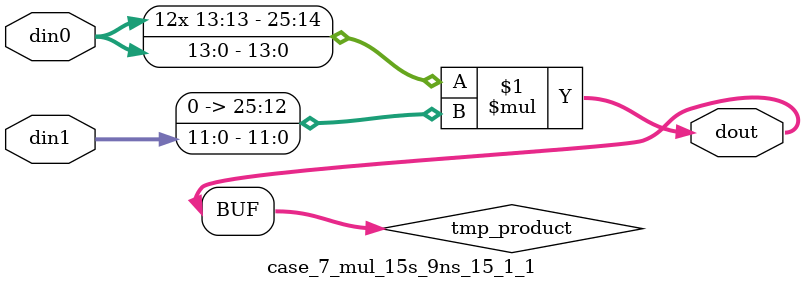
<source format=v>

`timescale 1 ns / 1 ps

 (* use_dsp = "no" *)  module case_7_mul_15s_9ns_15_1_1(din0, din1, dout);
parameter ID = 1;
parameter NUM_STAGE = 0;
parameter din0_WIDTH = 14;
parameter din1_WIDTH = 12;
parameter dout_WIDTH = 26;

input [din0_WIDTH - 1 : 0] din0; 
input [din1_WIDTH - 1 : 0] din1; 
output [dout_WIDTH - 1 : 0] dout;

wire signed [dout_WIDTH - 1 : 0] tmp_product;


























assign tmp_product = $signed(din0) * $signed({1'b0, din1});









assign dout = tmp_product;





















endmodule

</source>
